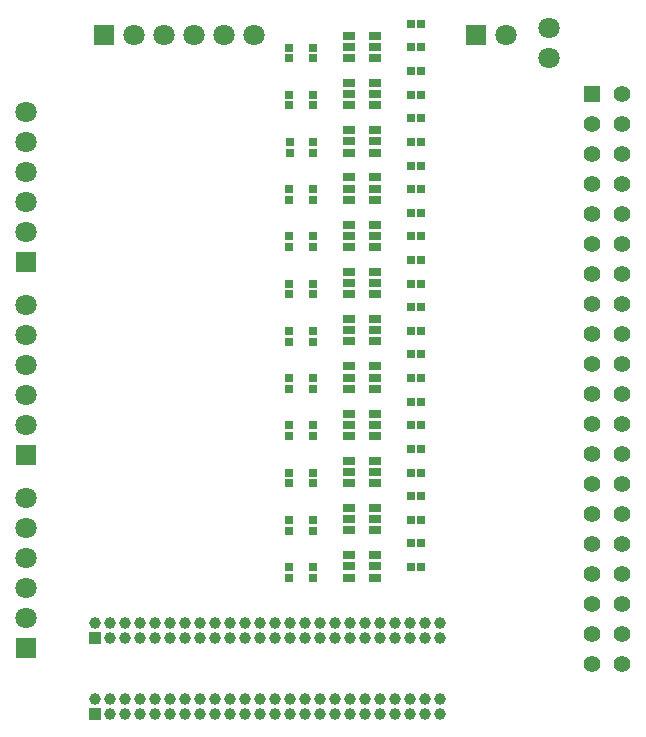
<source format=gbs>
G04 #@! TF.FileFunction,Soldermask,Bot*
%FSLAX46Y46*%
G04 Gerber Fmt 4.6, Leading zero omitted, Abs format (unit mm)*
G04 Created by KiCad (PCBNEW 4.0.4-stable) date 10/23/16 14:40:47*
%MOMM*%
%LPD*%
G01*
G04 APERTURE LIST*
%ADD10C,0.100000*%
%ADD11R,1.800000X1.800000*%
%ADD12C,1.800000*%
%ADD13C,0.980000*%
%ADD14R,0.980000X0.980000*%
%ADD15R,1.400000X1.400000*%
%ADD16C,1.400000*%
%ADD17R,0.652400X0.652400*%
%ADD18R,1.060000X0.650000*%
G04 APERTURE END LIST*
D10*
D11*
X65300000Y-112900000D03*
D12*
X65300000Y-110360000D03*
X65300000Y-107820000D03*
X65300000Y-105280000D03*
X65300000Y-102740000D03*
X65300000Y-100200000D03*
D13*
X77500000Y-128400000D03*
X78770000Y-128400000D03*
X76230000Y-128400000D03*
X85120000Y-128400000D03*
X87660000Y-128400000D03*
X86390000Y-128400000D03*
X82580000Y-128400000D03*
X83850000Y-128400000D03*
X81310000Y-128400000D03*
X80040000Y-128400000D03*
X97820000Y-128400000D03*
X99090000Y-128400000D03*
X100360000Y-128400000D03*
X94010000Y-128400000D03*
X96550000Y-128400000D03*
X95280000Y-128400000D03*
X91470000Y-128400000D03*
X92740000Y-128400000D03*
X90200000Y-128400000D03*
X88930000Y-128400000D03*
X88930000Y-127130000D03*
X90200000Y-127130000D03*
X91470000Y-127130000D03*
X95280000Y-127130000D03*
X96550000Y-127130000D03*
X94010000Y-127130000D03*
X92740000Y-127130000D03*
X100360000Y-127130000D03*
X99090000Y-127130000D03*
X97820000Y-127130000D03*
X80040000Y-127130000D03*
X81310000Y-127130000D03*
X82580000Y-127130000D03*
X86390000Y-127130000D03*
X87660000Y-127130000D03*
X85120000Y-127130000D03*
X83850000Y-127130000D03*
X76230000Y-127130000D03*
X78770000Y-127130000D03*
X77500000Y-127130000D03*
X74960000Y-128400000D03*
X73690000Y-128400000D03*
X73690000Y-127130000D03*
X74960000Y-127130000D03*
X72420000Y-128400000D03*
X72420000Y-127130000D03*
X71150000Y-127130000D03*
D14*
X71150000Y-128400000D03*
D15*
X113225000Y-82375000D03*
D16*
X115765000Y-82375000D03*
X113225000Y-84915000D03*
X115765000Y-84915000D03*
X113225000Y-87455000D03*
X115765000Y-87455000D03*
X113225000Y-89995000D03*
X115765000Y-89995000D03*
X113225000Y-92535000D03*
X115765000Y-92535000D03*
X113225000Y-95075000D03*
X115765000Y-95075000D03*
X113225000Y-97615000D03*
X115765000Y-97615000D03*
X113225000Y-100155000D03*
X115765000Y-100155000D03*
X113225000Y-102695000D03*
X115765000Y-102695000D03*
X113225000Y-105235000D03*
X115765000Y-105235000D03*
X113225000Y-107775000D03*
X115765000Y-107775000D03*
X113225000Y-110315000D03*
X115765000Y-110315000D03*
X113225000Y-112855000D03*
X115765000Y-112855000D03*
X113225000Y-115395000D03*
X115765000Y-115395000D03*
X113225000Y-117935000D03*
X115765000Y-117935000D03*
X113225000Y-120475000D03*
X115765000Y-120475000D03*
X113225000Y-123015000D03*
X115765000Y-123015000D03*
X113225000Y-125555000D03*
X115765000Y-125555000D03*
X113225000Y-128095000D03*
X115765000Y-128095000D03*
X113225000Y-130635000D03*
X115765000Y-130635000D03*
D11*
X65300000Y-129200000D03*
D12*
X65300000Y-126660000D03*
X65300000Y-124120000D03*
X65300000Y-121580000D03*
X65300000Y-119040000D03*
X65300000Y-116500000D03*
D17*
X87650000Y-87300000D03*
X87650000Y-86400000D03*
D11*
X65300000Y-96600000D03*
D12*
X65300000Y-94060000D03*
X65300000Y-91520000D03*
X65300000Y-88980000D03*
X65300000Y-86440000D03*
X65300000Y-83900000D03*
D11*
X71900000Y-77300000D03*
D12*
X74440000Y-77300000D03*
X76980000Y-77300000D03*
X79520000Y-77300000D03*
X82060000Y-77300000D03*
X84600000Y-77300000D03*
D11*
X103400000Y-77300000D03*
D12*
X105940000Y-77300000D03*
D13*
X77500000Y-134800000D03*
X78770000Y-134800000D03*
X76230000Y-134800000D03*
X85120000Y-134800000D03*
X87660000Y-134800000D03*
X86390000Y-134800000D03*
X82580000Y-134800000D03*
X83850000Y-134800000D03*
X81310000Y-134800000D03*
X80040000Y-134800000D03*
X97820000Y-134800000D03*
X99090000Y-134800000D03*
X100360000Y-134800000D03*
X94010000Y-134800000D03*
X96550000Y-134800000D03*
X95280000Y-134800000D03*
X91470000Y-134800000D03*
X92740000Y-134800000D03*
X90200000Y-134800000D03*
X88930000Y-134800000D03*
X88930000Y-133530000D03*
X90200000Y-133530000D03*
X91470000Y-133530000D03*
X95280000Y-133530000D03*
X96550000Y-133530000D03*
X94010000Y-133530000D03*
X92740000Y-133530000D03*
X100360000Y-133530000D03*
X99090000Y-133530000D03*
X97820000Y-133530000D03*
X80040000Y-133530000D03*
X81310000Y-133530000D03*
X82580000Y-133530000D03*
X86390000Y-133530000D03*
X87660000Y-133530000D03*
X85120000Y-133530000D03*
X83850000Y-133530000D03*
X76230000Y-133530000D03*
X78770000Y-133530000D03*
X77500000Y-133530000D03*
X74960000Y-134800000D03*
X73690000Y-134800000D03*
X73690000Y-133530000D03*
X74960000Y-133530000D03*
X72420000Y-134800000D03*
X72420000Y-133530000D03*
X71150000Y-133530000D03*
D14*
X71150000Y-134800000D03*
D18*
X92610000Y-79290000D03*
X92610000Y-78340000D03*
X92610000Y-77390000D03*
X94810000Y-77390000D03*
X94810000Y-79290000D03*
X94810000Y-78340000D03*
X92610000Y-83290000D03*
X92610000Y-82340000D03*
X92610000Y-81390000D03*
X94810000Y-81390000D03*
X94810000Y-83290000D03*
X94810000Y-82340000D03*
X92610000Y-87290000D03*
X92610000Y-86340000D03*
X92610000Y-85390000D03*
X94810000Y-85390000D03*
X94810000Y-87290000D03*
X94810000Y-86340000D03*
X92610000Y-91290000D03*
X92610000Y-90340000D03*
X92610000Y-89390000D03*
X94810000Y-89390000D03*
X94810000Y-91290000D03*
X94810000Y-90340000D03*
X92610000Y-95290000D03*
X92610000Y-94340000D03*
X92610000Y-93390000D03*
X94810000Y-93390000D03*
X94810000Y-95290000D03*
X94810000Y-94340000D03*
X92610000Y-99290000D03*
X92610000Y-98340000D03*
X92610000Y-97390000D03*
X94810000Y-97390000D03*
X94810000Y-99290000D03*
X94810000Y-98340000D03*
X92610000Y-103290000D03*
X92610000Y-102340000D03*
X92610000Y-101390000D03*
X94810000Y-101390000D03*
X94810000Y-103290000D03*
X94810000Y-102340000D03*
X92610000Y-107290000D03*
X92610000Y-106340000D03*
X92610000Y-105390000D03*
X94810000Y-105390000D03*
X94810000Y-107290000D03*
X94810000Y-106340000D03*
X92610000Y-111290000D03*
X92610000Y-110340000D03*
X92610000Y-109390000D03*
X94810000Y-109390000D03*
X94810000Y-111290000D03*
X94810000Y-110340000D03*
X92610000Y-115290000D03*
X92610000Y-114340000D03*
X92610000Y-113390000D03*
X94810000Y-113390000D03*
X94810000Y-115290000D03*
X94810000Y-114340000D03*
X92610000Y-119290000D03*
X92610000Y-118340000D03*
X92610000Y-117390000D03*
X94810000Y-117390000D03*
X94810000Y-119290000D03*
X94810000Y-118340000D03*
X92610000Y-123290000D03*
X92610000Y-122340000D03*
X92610000Y-121390000D03*
X94810000Y-121390000D03*
X94810000Y-123290000D03*
X94810000Y-122340000D03*
D17*
X98760000Y-78390000D03*
X97860000Y-78390000D03*
X98760000Y-82390000D03*
X97860000Y-82390000D03*
X98760000Y-86390000D03*
X97860000Y-86390000D03*
X98760000Y-90390000D03*
X97860000Y-90390000D03*
X89600000Y-79300000D03*
X89600000Y-78400000D03*
X89600000Y-83300000D03*
X89600000Y-82400000D03*
X89600000Y-87300000D03*
X89600000Y-86400000D03*
X89600000Y-91300000D03*
X89600000Y-90400000D03*
X98760000Y-94390000D03*
X97860000Y-94390000D03*
X98760000Y-98390000D03*
X97860000Y-98390000D03*
X98760000Y-102390000D03*
X97860000Y-102390000D03*
X98760000Y-106390000D03*
X97860000Y-106390000D03*
X89600000Y-95300000D03*
X89600000Y-94400000D03*
X89600000Y-99300000D03*
X89600000Y-98400000D03*
X89600000Y-103300000D03*
X89600000Y-102400000D03*
X89600000Y-107300000D03*
X89600000Y-106400000D03*
X98760000Y-110390000D03*
X97860000Y-110390000D03*
X98760000Y-114390000D03*
X97860000Y-114390000D03*
X98760000Y-118390000D03*
X97860000Y-118390000D03*
X98760000Y-122390000D03*
X97860000Y-122390000D03*
X89600000Y-111300000D03*
X89600000Y-110400000D03*
X89600000Y-115300000D03*
X89600000Y-114400000D03*
X89600000Y-119300000D03*
X89600000Y-118400000D03*
X89600000Y-123300000D03*
X89600000Y-122400000D03*
X87600000Y-79300000D03*
X87600000Y-78400000D03*
X98760000Y-76390000D03*
X97860000Y-76390000D03*
X87600000Y-83300000D03*
X87600000Y-82400000D03*
X98760000Y-80390000D03*
X97860000Y-80390000D03*
X98760000Y-84390000D03*
X97860000Y-84390000D03*
X87600000Y-91300000D03*
X87600000Y-90400000D03*
X98760000Y-88390000D03*
X97860000Y-88390000D03*
X87600000Y-95300000D03*
X87600000Y-94400000D03*
X98760000Y-92390000D03*
X97860000Y-92390000D03*
X87600000Y-99300000D03*
X87600000Y-98400000D03*
X98760000Y-96390000D03*
X97860000Y-96390000D03*
X87600000Y-103300000D03*
X87600000Y-102400000D03*
X98760000Y-100390000D03*
X97860000Y-100390000D03*
X87600000Y-107300000D03*
X87600000Y-106400000D03*
X98760000Y-104390000D03*
X97860000Y-104390000D03*
X87600000Y-111300000D03*
X87600000Y-110400000D03*
X98760000Y-108390000D03*
X97860000Y-108390000D03*
X87600000Y-115300000D03*
X87600000Y-114400000D03*
X98760000Y-112390000D03*
X97860000Y-112390000D03*
X87600000Y-119300000D03*
X87600000Y-118400000D03*
X98760000Y-116390000D03*
X97860000Y-116390000D03*
X87600000Y-123300000D03*
X87600000Y-122400000D03*
X98760000Y-120390000D03*
X97860000Y-120390000D03*
D12*
X109600000Y-79300000D03*
X109600000Y-76760000D03*
M02*

</source>
